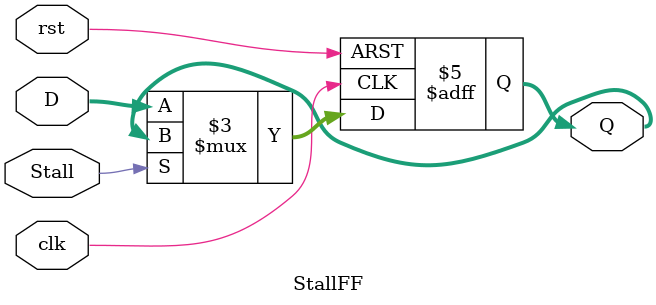
<source format=sv>
`timescale 1ns / 1ps

module StallFF #(
        // Parameters
        parameter WIDTH = 8
        )
        (
        // Inputs
        input logic clk, rst,
        input logic [WIDTH-1:0] D,
        input logic Stall,

        // Outputs
        output logic [WIDTH-1:0] Q
        );

        always_ff @(posedge clk, posedge rst) begin
                if (rst)
                        Q <= 0;
                else if (!Stall)
                        Q <= D;
        end
endmodule

</source>
